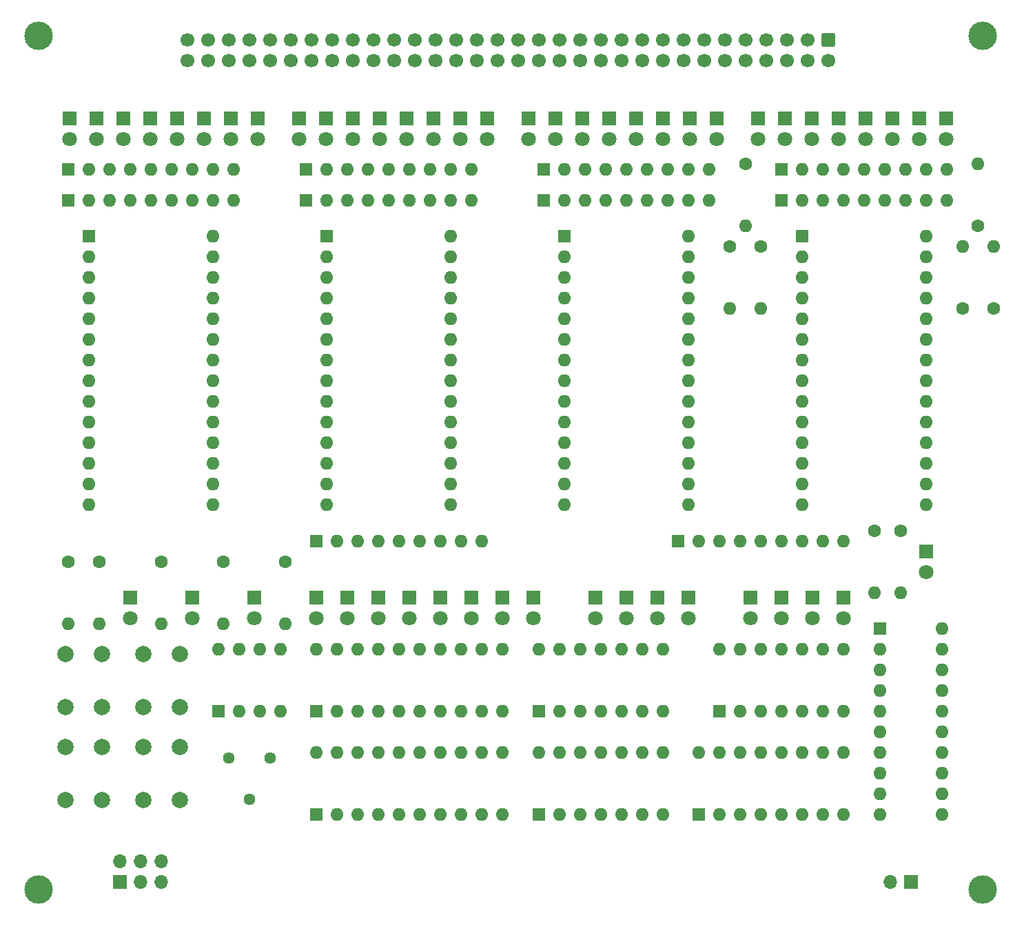
<source format=gbr>
%TF.GenerationSoftware,KiCad,Pcbnew,7.0.1*%
%TF.CreationDate,2023-09-10T19:31:46+01:00*%
%TF.ProjectId,Control_board,436f6e74-726f-46c5-9f62-6f6172642e6b,rev?*%
%TF.SameCoordinates,Original*%
%TF.FileFunction,Soldermask,Top*%
%TF.FilePolarity,Negative*%
%FSLAX46Y46*%
G04 Gerber Fmt 4.6, Leading zero omitted, Abs format (unit mm)*
G04 Created by KiCad (PCBNEW 7.0.1) date 2023-09-10 19:31:46*
%MOMM*%
%LPD*%
G01*
G04 APERTURE LIST*
G04 Aperture macros list*
%AMRoundRect*
0 Rectangle with rounded corners*
0 $1 Rounding radius*
0 $2 $3 $4 $5 $6 $7 $8 $9 X,Y pos of 4 corners*
0 Add a 4 corners polygon primitive as box body*
4,1,4,$2,$3,$4,$5,$6,$7,$8,$9,$2,$3,0*
0 Add four circle primitives for the rounded corners*
1,1,$1+$1,$2,$3*
1,1,$1+$1,$4,$5*
1,1,$1+$1,$6,$7*
1,1,$1+$1,$8,$9*
0 Add four rect primitives between the rounded corners*
20,1,$1+$1,$2,$3,$4,$5,0*
20,1,$1+$1,$4,$5,$6,$7,0*
20,1,$1+$1,$6,$7,$8,$9,0*
20,1,$1+$1,$8,$9,$2,$3,0*%
G04 Aperture macros list end*
%ADD10R,1.700000X1.700000*%
%ADD11O,1.700000X1.700000*%
%ADD12R,1.600000X1.600000*%
%ADD13O,1.600000X1.600000*%
%ADD14C,1.800000*%
%ADD15R,1.800000X1.800000*%
%ADD16C,3.500000*%
%ADD17C,1.600000*%
%ADD18C,2.000000*%
%ADD19C,1.440000*%
%ADD20RoundRect,0.250000X-0.600000X0.600000X-0.600000X-0.600000X0.600000X-0.600000X0.600000X0.600000X0*%
%ADD21C,1.700000*%
G04 APERTURE END LIST*
D10*
%TO.C,J3*%
X184150000Y-153035000D03*
D11*
X181610000Y-153035000D03*
%TD*%
D12*
%TO.C,U2*%
X138425000Y-132070000D03*
D13*
X140965000Y-132070000D03*
X143505000Y-132070000D03*
X146045000Y-132070000D03*
X148585000Y-132070000D03*
X151125000Y-132070000D03*
X153665000Y-132070000D03*
X153665000Y-124450000D03*
X151125000Y-124450000D03*
X148585000Y-124450000D03*
X146045000Y-124450000D03*
X143505000Y-124450000D03*
X140965000Y-124450000D03*
X138425000Y-124450000D03*
%TD*%
D12*
%TO.C,U3*%
X111130000Y-144770000D03*
D13*
X113670000Y-144770000D03*
X116210000Y-144770000D03*
X118750000Y-144770000D03*
X121290000Y-144770000D03*
X123830000Y-144770000D03*
X126370000Y-144770000D03*
X128910000Y-144770000D03*
X131450000Y-144770000D03*
X133990000Y-144770000D03*
X133990000Y-137150000D03*
X131450000Y-137150000D03*
X128910000Y-137150000D03*
X126370000Y-137150000D03*
X123830000Y-137150000D03*
X121290000Y-137150000D03*
X118750000Y-137150000D03*
X116210000Y-137150000D03*
X113670000Y-137150000D03*
X111130000Y-137150000D03*
%TD*%
D12*
%TO.C,U4*%
X180335000Y-121920000D03*
D13*
X180335000Y-124460000D03*
X180335000Y-127000000D03*
X180335000Y-129540000D03*
X180335000Y-132080000D03*
X180335000Y-134620000D03*
X180335000Y-137160000D03*
X180335000Y-139700000D03*
X180335000Y-142240000D03*
X180335000Y-144780000D03*
X187955000Y-144780000D03*
X187955000Y-142240000D03*
X187955000Y-139700000D03*
X187955000Y-137160000D03*
X187955000Y-134620000D03*
X187955000Y-132080000D03*
X187955000Y-129540000D03*
X187955000Y-127000000D03*
X187955000Y-124460000D03*
X187955000Y-121920000D03*
%TD*%
D12*
%TO.C,U5*%
X158115000Y-144780000D03*
D13*
X160655000Y-144780000D03*
X163195000Y-144780000D03*
X165735000Y-144780000D03*
X168275000Y-144780000D03*
X170815000Y-144780000D03*
X173355000Y-144780000D03*
X175895000Y-144780000D03*
X175895000Y-137160000D03*
X173355000Y-137160000D03*
X170815000Y-137160000D03*
X168275000Y-137160000D03*
X165735000Y-137160000D03*
X163195000Y-137160000D03*
X160655000Y-137160000D03*
X158115000Y-137160000D03*
%TD*%
D12*
%TO.C,U7*%
X83180000Y-73645000D03*
D13*
X83180000Y-76185000D03*
X83180000Y-78725000D03*
X83180000Y-81265000D03*
X83180000Y-83805000D03*
X83180000Y-86345000D03*
X83180000Y-88885000D03*
X83180000Y-91425000D03*
X83180000Y-93965000D03*
X83180000Y-96505000D03*
X83180000Y-99045000D03*
X83180000Y-101585000D03*
X83180000Y-104125000D03*
X83180000Y-106665000D03*
X98420000Y-106665000D03*
X98420000Y-104125000D03*
X98420000Y-101585000D03*
X98420000Y-99045000D03*
X98420000Y-96505000D03*
X98420000Y-93965000D03*
X98420000Y-91425000D03*
X98420000Y-88885000D03*
X98420000Y-86345000D03*
X98420000Y-83805000D03*
X98420000Y-81265000D03*
X98420000Y-78725000D03*
X98420000Y-76185000D03*
X98420000Y-73645000D03*
%TD*%
D12*
%TO.C,U11*%
X99070000Y-132070000D03*
D13*
X101610000Y-132070000D03*
X104150000Y-132070000D03*
X106690000Y-132070000D03*
X106690000Y-124450000D03*
X104150000Y-124450000D03*
X101610000Y-124450000D03*
X99070000Y-124450000D03*
%TD*%
D12*
%TO.C,U12*%
X138425000Y-144770000D03*
D13*
X140965000Y-144770000D03*
X143505000Y-144770000D03*
X146045000Y-144770000D03*
X148585000Y-144770000D03*
X151125000Y-144770000D03*
X153665000Y-144770000D03*
X153665000Y-137150000D03*
X151125000Y-137150000D03*
X148585000Y-137150000D03*
X146045000Y-137150000D03*
X143505000Y-137150000D03*
X140965000Y-137150000D03*
X138425000Y-137150000D03*
%TD*%
D14*
%TO.C,D32*%
X93980000Y-61722000D03*
D15*
X93980000Y-59182000D03*
%TD*%
D14*
%TO.C,D51*%
X160274000Y-61717000D03*
D15*
X160274000Y-59177000D03*
%TD*%
D14*
%TO.C,D42*%
X128778000Y-61717000D03*
D15*
X128778000Y-59177000D03*
%TD*%
D14*
%TO.C,D21*%
X178562000Y-61722000D03*
D15*
X178562000Y-59182000D03*
%TD*%
D13*
%TO.C,U10*%
X186055000Y-73660000D03*
X186055000Y-76200000D03*
X186055000Y-78740000D03*
X186055000Y-81280000D03*
X186055000Y-83820000D03*
X186055000Y-86360000D03*
X186055000Y-88900000D03*
X186055000Y-91440000D03*
X186055000Y-93980000D03*
X186055000Y-96520000D03*
X186055000Y-99060000D03*
X186055000Y-101600000D03*
X186055000Y-104140000D03*
X186055000Y-106680000D03*
X170815000Y-106680000D03*
X170815000Y-104140000D03*
X170815000Y-101600000D03*
X170815000Y-99060000D03*
X170815000Y-96520000D03*
X170815000Y-93980000D03*
X170815000Y-91440000D03*
X170815000Y-88900000D03*
X170815000Y-86360000D03*
X170815000Y-83820000D03*
X170815000Y-81280000D03*
X170815000Y-78740000D03*
X170815000Y-76200000D03*
D12*
X170815000Y-73660000D03*
%TD*%
D14*
%TO.C,D52*%
X186055000Y-114930000D03*
D15*
X186055000Y-112390000D03*
%TD*%
D16*
%TO.C,H4*%
X193000000Y-154000000D03*
%TD*%
D13*
%TO.C,U6*%
X111125000Y-124450000D03*
X113665000Y-124450000D03*
X116205000Y-124450000D03*
X118745000Y-124450000D03*
X121285000Y-124450000D03*
X123825000Y-124450000D03*
X126365000Y-124450000D03*
X128905000Y-124450000D03*
X131445000Y-124450000D03*
X133985000Y-124450000D03*
X133985000Y-132070000D03*
X131445000Y-132070000D03*
X128905000Y-132070000D03*
X126365000Y-132070000D03*
X123825000Y-132070000D03*
X121285000Y-132070000D03*
X118745000Y-132070000D03*
X116205000Y-132070000D03*
X113665000Y-132070000D03*
D12*
X111125000Y-132070000D03*
%TD*%
D14*
%TO.C,D13*%
X133985000Y-120650000D03*
D15*
X133985000Y-118110000D03*
%TD*%
D16*
%TO.C,H3*%
X77000000Y-154000000D03*
%TD*%
D14*
%TO.C,D39*%
X118872000Y-61717000D03*
D15*
X118872000Y-59177000D03*
%TD*%
D14*
%TO.C,D27*%
X188468000Y-61722000D03*
D15*
X188468000Y-59182000D03*
%TD*%
D16*
%TO.C,H2*%
X193000000Y-49000000D03*
%TD*%
D13*
%TO.C,R5*%
X192405000Y-64770000D03*
D17*
X192405000Y-72390000D03*
%TD*%
D14*
%TO.C,D9*%
X153035000Y-120645000D03*
D15*
X153035000Y-118105000D03*
%TD*%
D13*
%TO.C,R13*%
X84455000Y-121285000D03*
D17*
X84455000Y-113665000D03*
%TD*%
D14*
%TO.C,D31*%
X90678000Y-61722000D03*
D15*
X90678000Y-59182000D03*
%TD*%
D14*
%TO.C,D24*%
X168656000Y-61722000D03*
D15*
X168656000Y-59182000D03*
%TD*%
D14*
%TO.C,D20*%
X181864000Y-61722000D03*
D15*
X181864000Y-59182000D03*
%TD*%
D18*
%TO.C,SW2*%
X89825000Y-131520000D03*
X89825000Y-125020000D03*
X94325000Y-131520000D03*
X94325000Y-125020000D03*
%TD*%
D14*
%TO.C,D19*%
X111125000Y-120650000D03*
D15*
X111125000Y-118110000D03*
%TD*%
D13*
%TO.C,RN3*%
X100965000Y-69215000D03*
X98425000Y-69215000D03*
X95885000Y-69215000D03*
X93345000Y-69215000D03*
X90805000Y-69215000D03*
X88265000Y-69215000D03*
X85725000Y-69215000D03*
X83185000Y-69215000D03*
D12*
X80645000Y-69215000D03*
%TD*%
D18*
%TO.C,SW1*%
X89825000Y-142950000D03*
X89825000Y-136450000D03*
X94325000Y-142950000D03*
X94325000Y-136450000D03*
%TD*%
D13*
%TO.C,R10*%
X80645000Y-121285000D03*
D17*
X80645000Y-113665000D03*
%TD*%
D14*
%TO.C,D45*%
X140462000Y-61717000D03*
D15*
X140462000Y-59177000D03*
%TD*%
D14*
%TO.C,D28*%
X80772000Y-61722000D03*
D15*
X80772000Y-59182000D03*
%TD*%
D13*
%TO.C,RN1*%
X188580000Y-69215000D03*
X186040000Y-69215000D03*
X183500000Y-69215000D03*
X180960000Y-69215000D03*
X178420000Y-69215000D03*
X175880000Y-69215000D03*
X173340000Y-69215000D03*
X170800000Y-69215000D03*
D12*
X168260000Y-69215000D03*
%TD*%
D13*
%TO.C,RN2*%
X130175000Y-69215000D03*
X127635000Y-69215000D03*
X125095000Y-69215000D03*
X122555000Y-69215000D03*
X120015000Y-69215000D03*
X117475000Y-69215000D03*
X114935000Y-69215000D03*
X112395000Y-69215000D03*
D12*
X109855000Y-69215000D03*
%TD*%
D14*
%TO.C,D14*%
X130175000Y-120650000D03*
D15*
X130175000Y-118110000D03*
%TD*%
D13*
%TO.C,U8*%
X127635000Y-73660000D03*
X127635000Y-76200000D03*
X127635000Y-78740000D03*
X127635000Y-81280000D03*
X127635000Y-83820000D03*
X127635000Y-86360000D03*
X127635000Y-88900000D03*
X127635000Y-91440000D03*
X127635000Y-93980000D03*
X127635000Y-96520000D03*
X127635000Y-99060000D03*
X127635000Y-101600000D03*
X127635000Y-104140000D03*
X127635000Y-106680000D03*
X112395000Y-106680000D03*
X112395000Y-104140000D03*
X112395000Y-101600000D03*
X112395000Y-99060000D03*
X112395000Y-96520000D03*
X112395000Y-93980000D03*
X112395000Y-91440000D03*
X112395000Y-88900000D03*
X112395000Y-86360000D03*
X112395000Y-83820000D03*
X112395000Y-81280000D03*
X112395000Y-78740000D03*
X112395000Y-76200000D03*
D12*
X112395000Y-73660000D03*
%TD*%
D13*
%TO.C,RN6*%
X131430000Y-111125000D03*
X128890000Y-111125000D03*
X126350000Y-111125000D03*
X123810000Y-111125000D03*
X121270000Y-111125000D03*
X118730000Y-111125000D03*
X116190000Y-111125000D03*
X113650000Y-111125000D03*
D12*
X111110000Y-111125000D03*
%TD*%
D14*
%TO.C,D12*%
X137795000Y-120650000D03*
D15*
X137795000Y-118110000D03*
%TD*%
D13*
%TO.C,R4*%
X107315000Y-121285000D03*
D17*
X107315000Y-113665000D03*
%TD*%
D14*
%TO.C,D1*%
X88265000Y-120645000D03*
D15*
X88265000Y-118105000D03*
%TD*%
D14*
%TO.C,D35*%
X103886000Y-61722000D03*
D15*
X103886000Y-59182000D03*
%TD*%
D13*
%TO.C,U9*%
X156845000Y-73645000D03*
X156845000Y-76185000D03*
X156845000Y-78725000D03*
X156845000Y-81265000D03*
X156845000Y-83805000D03*
X156845000Y-86345000D03*
X156845000Y-88885000D03*
X156845000Y-91425000D03*
X156845000Y-93965000D03*
X156845000Y-96505000D03*
X156845000Y-99045000D03*
X156845000Y-101585000D03*
X156845000Y-104125000D03*
X156845000Y-106665000D03*
X141605000Y-106665000D03*
X141605000Y-104125000D03*
X141605000Y-101585000D03*
X141605000Y-99045000D03*
X141605000Y-96505000D03*
X141605000Y-93965000D03*
X141605000Y-91425000D03*
X141605000Y-88885000D03*
X141605000Y-86345000D03*
X141605000Y-83805000D03*
X141605000Y-81265000D03*
X141605000Y-78725000D03*
X141605000Y-76185000D03*
D12*
X141605000Y-73645000D03*
%TD*%
D13*
%TO.C,R12*%
X182880000Y-117475000D03*
D17*
X182880000Y-109855000D03*
%TD*%
D14*
%TO.C,D43*%
X132080000Y-61717000D03*
D15*
X132080000Y-59177000D03*
%TD*%
D13*
%TO.C,R7*%
X165735000Y-82550000D03*
D17*
X165735000Y-74930000D03*
%TD*%
D14*
%TO.C,D2*%
X95885000Y-120645000D03*
D15*
X95885000Y-118105000D03*
%TD*%
D13*
%TO.C,R2*%
X92075000Y-121285000D03*
D17*
X92075000Y-113665000D03*
%TD*%
D14*
%TO.C,D49*%
X153670000Y-61722000D03*
D15*
X153670000Y-59182000D03*
%TD*%
D14*
%TO.C,D33*%
X97282000Y-61722000D03*
D15*
X97282000Y-59182000D03*
%TD*%
D14*
%TO.C,D25*%
X175260000Y-61722000D03*
D15*
X175260000Y-59182000D03*
%TD*%
D14*
%TO.C,D44*%
X137160000Y-61717000D03*
D15*
X137160000Y-59177000D03*
%TD*%
D13*
%TO.C,RN4*%
X159385000Y-69215000D03*
X156845000Y-69215000D03*
X154305000Y-69215000D03*
X151765000Y-69215000D03*
X149225000Y-69215000D03*
X146685000Y-69215000D03*
X144145000Y-69215000D03*
X141605000Y-69215000D03*
D12*
X139065000Y-69215000D03*
%TD*%
D14*
%TO.C,D46*%
X143764000Y-61717000D03*
D15*
X143764000Y-59177000D03*
%TD*%
D14*
%TO.C,D16*%
X122555000Y-120650000D03*
D15*
X122555000Y-118110000D03*
%TD*%
D13*
%TO.C,RN9*%
X130160000Y-65405000D03*
X127620000Y-65405000D03*
X125080000Y-65405000D03*
X122540000Y-65405000D03*
X120000000Y-65405000D03*
X117460000Y-65405000D03*
X114920000Y-65405000D03*
X112380000Y-65405000D03*
D12*
X109840000Y-65405000D03*
%TD*%
D13*
%TO.C,R9*%
X163830000Y-72390000D03*
D17*
X163830000Y-64770000D03*
%TD*%
D14*
%TO.C,D8*%
X156845000Y-120650000D03*
D15*
X156845000Y-118110000D03*
%TD*%
D14*
%TO.C,D38*%
X115570000Y-61717000D03*
D15*
X115570000Y-59177000D03*
%TD*%
D14*
%TO.C,D10*%
X149225000Y-120645000D03*
D15*
X149225000Y-118105000D03*
%TD*%
D13*
%TO.C,U1*%
X160655000Y-124460000D03*
X163195000Y-124460000D03*
X165735000Y-124460000D03*
X168275000Y-124460000D03*
X170815000Y-124460000D03*
X173355000Y-124460000D03*
X175895000Y-124460000D03*
X175895000Y-132080000D03*
X173355000Y-132080000D03*
X170815000Y-132080000D03*
X168275000Y-132080000D03*
X165735000Y-132080000D03*
X163195000Y-132080000D03*
D12*
X160655000Y-132080000D03*
%TD*%
D18*
%TO.C,SW4*%
X84800000Y-125020000D03*
X84800000Y-131520000D03*
X80300000Y-125020000D03*
X80300000Y-131520000D03*
%TD*%
D14*
%TO.C,D34*%
X100584000Y-61722000D03*
D15*
X100584000Y-59182000D03*
%TD*%
D14*
%TO.C,D37*%
X112268000Y-61717000D03*
D15*
X112268000Y-59177000D03*
%TD*%
D14*
%TO.C,D26*%
X185166000Y-61722000D03*
D15*
X185166000Y-59182000D03*
%TD*%
D13*
%TO.C,R8*%
X161925000Y-82550000D03*
D17*
X161925000Y-74930000D03*
%TD*%
D14*
%TO.C,D15*%
X126365000Y-120650000D03*
D15*
X126365000Y-118110000D03*
%TD*%
D13*
%TO.C,RN5*%
X175880000Y-111125000D03*
X173340000Y-111125000D03*
X170800000Y-111125000D03*
X168260000Y-111125000D03*
X165720000Y-111125000D03*
X163180000Y-111125000D03*
X160640000Y-111125000D03*
X158100000Y-111125000D03*
D12*
X155560000Y-111125000D03*
%TD*%
D14*
%TO.C,D17*%
X118745000Y-120650000D03*
D15*
X118745000Y-118110000D03*
%TD*%
D14*
%TO.C,D47*%
X147066000Y-61717000D03*
D15*
X147066000Y-59177000D03*
%TD*%
D14*
%TO.C,D29*%
X84074000Y-61722000D03*
D15*
X84074000Y-59182000D03*
%TD*%
D14*
%TO.C,D30*%
X87376000Y-61722000D03*
D15*
X87376000Y-59182000D03*
%TD*%
D14*
%TO.C,D23*%
X165354000Y-61722000D03*
D15*
X165354000Y-59182000D03*
%TD*%
D14*
%TO.C,D11*%
X145415000Y-120645000D03*
D15*
X145415000Y-118105000D03*
%TD*%
D14*
%TO.C,D22*%
X171958000Y-61722000D03*
D15*
X171958000Y-59182000D03*
%TD*%
D14*
%TO.C,D7*%
X164465000Y-120650000D03*
D15*
X164465000Y-118110000D03*
%TD*%
D13*
%TO.C,RN10*%
X159385000Y-65405000D03*
X156845000Y-65405000D03*
X154305000Y-65405000D03*
X151765000Y-65405000D03*
X149225000Y-65405000D03*
X146685000Y-65405000D03*
X144145000Y-65405000D03*
X141605000Y-65405000D03*
D12*
X139065000Y-65405000D03*
%TD*%
D14*
%TO.C,D48*%
X150368000Y-61717000D03*
D15*
X150368000Y-59177000D03*
%TD*%
D13*
%TO.C,RN7*%
X188595000Y-65405000D03*
X186055000Y-65405000D03*
X183515000Y-65405000D03*
X180975000Y-65405000D03*
X178435000Y-65405000D03*
X175895000Y-65405000D03*
X173355000Y-65405000D03*
X170815000Y-65405000D03*
D12*
X168275000Y-65405000D03*
%TD*%
D18*
%TO.C,SW3*%
X84800000Y-136450000D03*
X84800000Y-142950000D03*
X80300000Y-136450000D03*
X80300000Y-142950000D03*
%TD*%
D14*
%TO.C,D41*%
X125476000Y-61717000D03*
D15*
X125476000Y-59177000D03*
%TD*%
D11*
%TO.C,J1*%
X92090000Y-150495000D03*
X92090000Y-153035000D03*
X89550000Y-150495000D03*
X89550000Y-153035000D03*
X87010000Y-150495000D03*
D10*
X87010000Y-153035000D03*
%TD*%
D14*
%TO.C,D50*%
X156972000Y-61722000D03*
D15*
X156972000Y-59182000D03*
%TD*%
D14*
%TO.C,D3*%
X175895000Y-120650000D03*
D15*
X175895000Y-118110000D03*
%TD*%
D13*
%TO.C,R1*%
X190500000Y-74930000D03*
D17*
X190500000Y-82550000D03*
%TD*%
D13*
%TO.C,RN8*%
X100965000Y-65405000D03*
X98425000Y-65405000D03*
X95885000Y-65405000D03*
X93345000Y-65405000D03*
X90805000Y-65405000D03*
X88265000Y-65405000D03*
X85725000Y-65405000D03*
X83185000Y-65405000D03*
D12*
X80645000Y-65405000D03*
%TD*%
D14*
%TO.C,D40*%
X122174000Y-61717000D03*
D15*
X122174000Y-59177000D03*
%TD*%
D19*
%TO.C,RV1*%
X105410000Y-137795000D03*
X102870000Y-142875000D03*
X100330000Y-137795000D03*
%TD*%
D16*
%TO.C,H1*%
X77000000Y-49000000D03*
%TD*%
D14*
%TO.C,D5*%
X168275000Y-120650000D03*
D15*
X168275000Y-118110000D03*
%TD*%
D13*
%TO.C,R3*%
X99695000Y-121285000D03*
D17*
X99695000Y-113665000D03*
%TD*%
D13*
%TO.C,R11*%
X179705000Y-117475000D03*
D17*
X179705000Y-109855000D03*
%TD*%
D13*
%TO.C,R6*%
X194310000Y-74930000D03*
D17*
X194310000Y-82550000D03*
%TD*%
D20*
%TO.C,J2*%
X173990000Y-49530000D03*
D21*
X173990000Y-52070000D03*
X171450000Y-49530000D03*
X171450000Y-52070000D03*
X168910000Y-49530000D03*
X168910000Y-52070000D03*
X166370000Y-49530000D03*
X166370000Y-52070000D03*
X163830000Y-49530000D03*
X163830000Y-52070000D03*
X161290000Y-49530000D03*
X161290000Y-52070000D03*
X158750000Y-49530000D03*
X158750000Y-52070000D03*
X156210000Y-49530000D03*
X156210000Y-52070000D03*
X153670000Y-49530000D03*
X153670000Y-52070000D03*
X151130000Y-49530000D03*
X151130000Y-52070000D03*
X148590000Y-49530000D03*
X148590000Y-52070000D03*
X146050000Y-49530000D03*
X146050000Y-52070000D03*
X143510000Y-49530000D03*
X143510000Y-52070000D03*
X140970000Y-49530000D03*
X140970000Y-52070000D03*
X138430000Y-49530000D03*
X138430000Y-52070000D03*
X135890000Y-49530000D03*
X135890000Y-52070000D03*
X133350000Y-49530000D03*
X133350000Y-52070000D03*
X130810000Y-49530000D03*
X130810000Y-52070000D03*
X128270000Y-49530000D03*
X128270000Y-52070000D03*
X125730000Y-49530000D03*
X125730000Y-52070000D03*
X123190000Y-49530000D03*
X123190000Y-52070000D03*
X120650000Y-49530000D03*
X120650000Y-52070000D03*
X118110000Y-49530000D03*
X118110000Y-52070000D03*
X115570000Y-49530000D03*
X115570000Y-52070000D03*
X113030000Y-49530000D03*
X113030000Y-52070000D03*
X110490000Y-49530000D03*
X110490000Y-52070000D03*
X107950000Y-49530000D03*
X107950000Y-52070000D03*
X105410000Y-49530000D03*
X105410000Y-52070000D03*
X102870000Y-49530000D03*
X102870000Y-52070000D03*
X100330000Y-49530000D03*
X100330000Y-52070000D03*
X97790000Y-49530000D03*
X97790000Y-52070000D03*
X95250000Y-49530000D03*
X95250000Y-52070000D03*
%TD*%
D14*
%TO.C,D4*%
X172085000Y-120650000D03*
D15*
X172085000Y-118110000D03*
%TD*%
D14*
%TO.C,D18*%
X114935000Y-120650000D03*
D15*
X114935000Y-118110000D03*
%TD*%
D14*
%TO.C,D6*%
X103505000Y-120645000D03*
D15*
X103505000Y-118105000D03*
%TD*%
D14*
%TO.C,D36*%
X108966000Y-61717000D03*
D15*
X108966000Y-59177000D03*
%TD*%
M02*

</source>
